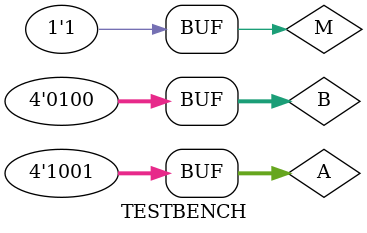
<source format=v>
module FULLADDER(in1, in2, cin, sum, cout);
    input in1, in2, cin;
    output reg sum, cout;

    always @ (*)
    begin
        sum = in1 ^ in2 ^ cin;
        cout = (in1 & in2) | (cin & (in1 ^ in2)); // Carry calculation
    end
endmodule

// sum = in1 ^ in2 ^ cin;
// cout = in1 & in2 || cin & (in1 ^ in2)

module ADDSUB(A, B, M, cin, cout, overflow, sum);
    input [3: 0] A, B;
    input cin, M;

    output cout, overflow;
    output [3: 0] sum;

    wire [3: 0] carry;
    FULLADDER FA0(A[0], M ^ B[0], cin, sum[0], carry[0]);
    FULLADDER FA1(A[1], M ^ B[1], carry[0], sum[1], carry[1]);
    FULLADDER FA2(A[2], M ^ B[2], carry[1], sum[2], carry[2]);
    FULLADDER FA3(A[3], M ^ B[3], carry[2], sum[3], carry[3]);
    assign overflow = carry[2] ^ carry[3];
    assign cout = carry[3];
endmodule

module TESTBENCH;
    reg [3: 0] A, B;
    reg M, cin;

    wire cout, overflow;
    wire [3: 0] sum;
    ADDSUB MOD(A, B, M, M, cout, overflow, sum);

    initial begin
        $monitor ($time, "A = %d B = %d COUT = %b OVERFLOW = %b SUM = %d\n", A, B, cout, overflow, sum);

        #5 A = 10; B = 5; M = 0;
        #10 A = 9; B = 4; M = 1;
        
    end
endmodule
</source>
